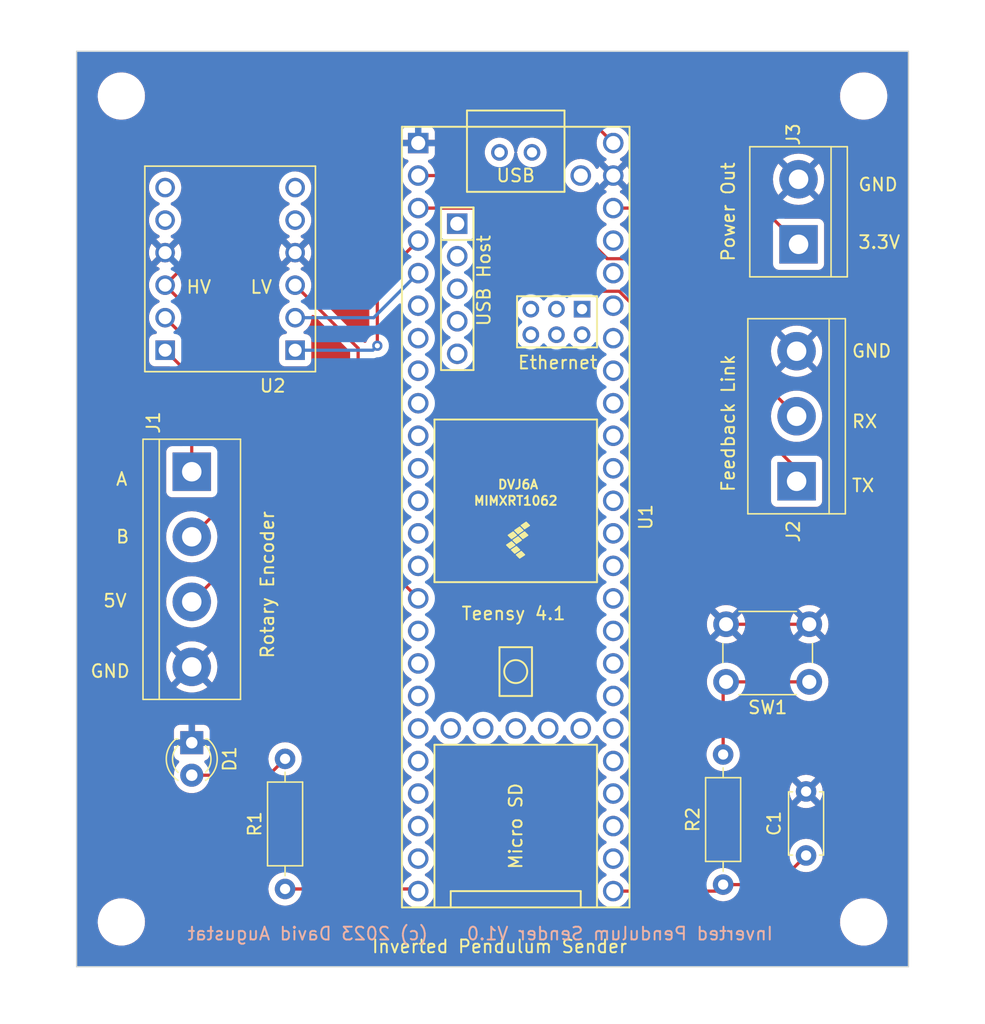
<source format=kicad_pcb>
(kicad_pcb (version 20221018) (generator pcbnew)
  (title_block (title "Pendulum Sender Controller") (date "2023-10-06") (rev "1.0") (company "University of Stuttgart") (comment 4 "Author: David Augustat"))
  (layers (0 "F.Cu" signal) (31 "B.Cu" signal) (34 "B.Paste" user) (35 "F.Paste" user) (36 "B.SilkS" user "B.Silkscreen") (37 "F.SilkS" user "F.Silkscreen") (38 "B.Mask" user) (39 "F.Mask" user) (44 "Edge.Cuts" user))
  (net 0 "")
  (net 1 "Net-(U1-33_MCLK2)")
  (net 2 "GND")
  (net 3 "Net-(D1-A)")
  (net 4 "Net-(J1-Pin_1)")
  (net 5 "Net-(J1-Pin_2)")
  (net 6 "Net-(J1-Pin_3)")
  (net 7 "Net-(J2-Pin_1)")
  (net 8 "Net-(J2-Pin_2)")
  (net 9 "Net-(J3-Pin_1)")
  (net 10 "Net-(U1-32_OUT1B)")
  (net 11 "Net-(R2-Pad2)")
  (net 29 "Net-(U1-2_OUT2)")
  (net 30 "Net-(U1-3_LRCLK2)")
  (net 52 "Net-(U1-3V3-Pad15)")
  (footprint "TerminalBlock:TerminalBlock_bornier-4_P5.08mm" (layer "F.Cu") (at 128 96.84 -90)
    (fp_text reference "J1" (at -3.84 3 90) (layer "F.SilkS"))
    (fp_text value "Conn_01x04_Socket")
    (fp_line (start -2.54 -3.81) (end -2.54 3.81) (stroke (width 0.12)) (layer "F.SilkS"))
    (fp_line (start -2.54 -3.81) (end 17.78 -3.81) (stroke (width 0.12)) (layer "F.SilkS"))
    (fp_line (start -2.54 3.81) (end 17.78 3.81) (stroke (width 0.12)) (layer "F.SilkS"))
    (fp_line (start 17.78 2.54) (end -2.54 2.54) (stroke (width 0.12)) (layer "F.SilkS"))
    (fp_line (start 17.78 3.81) (end 17.78 -3.81) (stroke (width 0.12)) (layer "F.SilkS"))
    (pad "1" thru_hole rect (at 0 0 270) (size 3 3) (drill 1.52) (layers "*.Cu" "*.Mask") (net 4 "Net-(J1-Pin_1)"))
    (pad "2" thru_hole circle (at 5.08 0 270) (size 3 3) (drill 1.52) (layers "*.Cu" "*.Mask") (net 5 "Net-(J1-Pin_2)"))
    (pad "3" thru_hole circle (at 10.16 0 270) (size 3 3) (drill 1.52) (layers "*.Cu" "*.Mask") (net 6 "Net-(J1-Pin_3)"))
    (pad "4" thru_hole circle (at 15.24 0 270) (size 3 3) (drill 1.52) (layers "*.Cu" "*.Mask") (net 2 "GND"))
  )
  (footprint "Capacitor_THT:C_Disc_D4.7mm_W2.5mm_P5.00mm" (layer "F.Cu") (at 176 126.8076 90)
    (fp_text reference "C1" (at 2.5 -2.5 90) (layer "F.SilkS"))
    (fp_text value "100nF")
    (fp_line (start 0.03 -1.37) (end 0.03 -1.055) (stroke (width 0.12)) (layer "F.SilkS"))
    (fp_line (start 0.03 -1.37) (end 4.97 -1.37) (stroke (width 0.12)) (layer "F.SilkS"))
    (fp_line (start 0.03 1.055) (end 0.03 1.37) (stroke (width 0.12)) (layer "F.SilkS"))
    (fp_line (start 0.03 1.37) (end 4.97 1.37) (stroke (width 0.12)) (layer "F.SilkS"))
    (fp_line (start 4.97 -1.37) (end 4.97 -1.055) (stroke (width 0.12)) (layer "F.SilkS"))
    (fp_line (start 4.97 1.055) (end 4.97 1.37) (stroke (width 0.12)) (layer "F.SilkS"))
    (pad "1" thru_hole circle (at 0 0 90) (size 1.6 1.6) (drill 0.8) (layers "*.Cu" "*.Mask") (net 1 "Net-(U1-33_MCLK2)"))
    (pad "2" thru_hole circle (at 5 0 90) (size 1.6 1.6) (drill 0.8) (layers "*.Cu" "*.Mask") (net 2 "GND"))
  )
  (footprint "Button_Switch_THT:SW_PUSH_6mm_H5mm" (layer "F.Cu") (at 176.25 113.25 180)
    (fp_text reference "SW1" (at 3.25 -2) (layer "F.SilkS"))
    (fp_text value "SW_Push")
    (fp_line (start -0.25 1.5) (end -0.25 3) (stroke (width 0.12)) (layer "F.SilkS"))
    (fp_line (start 1 5.5) (end 5.5 5.5) (stroke (width 0.12)) (layer "F.SilkS"))
    (fp_line (start 5.5 -1) (end 1 -1) (stroke (width 0.12)) (layer "F.SilkS"))
    (fp_line (start 6.75 3) (end 6.75 1.5) (stroke (width 0.12)) (layer "F.SilkS"))
    (pad "1" thru_hole circle (at 0 0 270) (size 2 2) (drill 1.1) (layers "*.Cu" "*.Mask") (net 11 "Net-(R2-Pad2)"))
    (pad "1" thru_hole circle (at 6.5 0 270) (size 2 2) (drill 1.1) (layers "*.Cu" "*.Mask") (net 11 "Net-(R2-Pad2)"))
    (pad "2" thru_hole circle (at 0 4.5 270) (size 2 2) (drill 1.1) (layers "*.Cu" "*.Mask") (net 2 "GND"))
    (pad "2" thru_hole circle (at 6.5 4.5 270) (size 2 2) (drill 1.1) (layers "*.Cu" "*.Mask") (net 2 "GND"))
  )
  (footprint "MountingHole:MountingHole_3.2mm_M3" (layer "F.Cu") (at 122.5 67.5)
    (fp_text reference "REF**" hide)
    (fp_text value "MountingHole_3.2mm_M3")
    (pad "" np_thru_hole circle (at 0 0) (size 3.2 3.2) (drill 3.2) (layers "*.Cu" "*.Mask"))
    (pad "" np_thru_hole circle (at 0 0) (size 3.2 3.2) (drill 3.2) (layers "*.Cu" "*.Mask"))
  )
  (footprint "TerminalBlock:TerminalBlock_bornier-2_P5.08mm" (layer "F.Cu") (at 175.4124 79.08 90)
    (fp_text reference "J3" (at 8.58 -0.4124 90) (layer "F.SilkS"))
    (fp_text value "Conn_01x02")
    (fp_line (start -2.54 -3.81) (end -2.54 3.81) (stroke (width 0.12)) (layer "F.SilkS"))
    (fp_line (start -2.54 3.81) (end 7.62 3.81) (stroke (width 0.12)) (layer "F.SilkS"))
    (fp_line (start 7.62 -3.81) (end -2.54 -3.81) (stroke (width 0.12)) (layer "F.SilkS"))
    (fp_line (start 7.62 2.54) (end -2.54 2.54) (stroke (width 0.12)) (layer "F.SilkS"))
    (fp_line (start 7.62 3.81) (end 7.62 -3.81) (stroke (width 0.12)) (layer "F.SilkS"))
    (pad "1" thru_hole rect (at 0 0 90) (size 3 3) (drill 1.52) (layers "*.Cu" "*.Mask") (net 9 "Net-(J3-Pin_1)"))
    (pad "2" thru_hole circle (at 5.08 0 90) (size 3 3) (drill 1.52) (layers "*.Cu" "*.Mask") (net 2 "GND"))
  )
  (footprint "Resistor_THT:R_Axial_DIN0207_L6.3mm_D2.5mm_P10.16mm_Horizontal" (layer "F.Cu") (at 169.5196 129.0828 90)
    (fp_text reference "R2" (at 5.08 -2.37 90) (layer "F.SilkS"))
    (fp_text value "1k")
    (fp_line (start 1.04 0) (end 1.81 0) (stroke (width 0.12)) (layer "F.SilkS"))
    (fp_line (start 1.81 -1.37) (end 1.81 1.37) (stroke (width 0.12)) (layer "F.SilkS"))
    (fp_line (start 1.81 1.37) (end 8.35 1.37) (stroke (width 0.12)) (layer "F.SilkS"))
    (fp_line (start 8.35 -1.37) (end 1.81 -1.37) (stroke (width 0.12)) (layer "F.SilkS"))
    (fp_line (start 8.35 1.37) (end 8.35 -1.37) (stroke (width 0.12)) (layer "F.SilkS"))
    (fp_line (start 9.12 0) (end 8.35 0) (stroke (width 0.12)) (layer "F.SilkS"))
    (pad "1" thru_hole circle (at 0 0 90) (size 1.6 1.6) (drill 0.8) (layers "*.Cu" "*.Mask") (net 1 "Net-(U1-33_MCLK2)"))
    (pad "2" thru_hole oval (at 10.16 0 90) (size 1.6 1.6) (drill 0.8) (layers "*.Cu" "*.Mask") (net 11 "Net-(R2-Pad2)"))
  )
  (footprint "MountingHole:MountingHole_3.2mm_M3" (layer "F.Cu") (at 180.5 67.5)
    (fp_text reference "REF**" hide)
    (fp_text value "MountingHole_3.2mm_M3")
    (pad "" np_thru_hole circle (at 0 0) (size 3.2 3.2) (drill 3.2) (layers "*.Cu" "*.Mask"))
  )
  (footprint "MountingHole:MountingHole_3.2mm_M3" (layer "F.Cu") (at 180.5 132)
    (fp_text reference "REF**" hide)
    (fp_text value "MountingHole_3.2mm_M3")
    (pad "" np_thru_hole circle (at 0 0) (size 3.2 3.2) (drill 3.2) (layers "*.Cu" "*.Mask"))
  )
  (footprint "LED_THT:LED_D3.0mm" (layer "F.Cu") (at 128 118 -90)
    (fp_text reference "D1" (at 1.27 -2.96 90) (layer "F.SilkS"))
    (fp_text value "LED")
    (fp_line (start -0.29 -1.236) (end -0.29 -1.08) (stroke (width 0.12)) (layer "F.SilkS"))
    (fp_line (start -0.29 1.08) (end -0.29 1.236) (stroke (width 0.12)) (layer "F.SilkS"))
    (fp_arc (start -0.29 -1.235516) (mid 1.366487 -1.987659) (end 2.942335 -1.078608) (stroke (width 0.12)) (layer "F.SilkS"))
    (fp_arc (start 0.229039 -1.08) (mid 1.270117 -1.5) (end 2.31113 -1.079837) (stroke (width 0.12)) (layer "F.SilkS"))
    (fp_arc (start 2.31113 1.079837) (mid 1.270117 1.5) (end 0.229039 1.08) (stroke (width 0.12)) (layer "F.SilkS"))
    (fp_arc (start 2.942335 1.078608) (mid 1.366487 1.987659) (end -0.29 1.235516) (stroke (width 0.12)) (layer "F.SilkS"))
    (pad "1" thru_hole rect (at 0 0 270) (size 1.8 1.8) (drill 0.9) (layers "*.Cu" "*.Mask") (net 2 "GND"))
    (pad "2" thru_hole circle (at 2.54 0 270) (size 1.8 1.8) (drill 0.9) (layers "*.Cu" "*.Mask") (net 3 "Net-(D1-A)"))
  )
  (footprint "MountingHole:MountingHole_3.2mm_M3" (layer "F.Cu") (at 122.5 132)
    (fp_text reference "REF**" hide)
    (fp_text value "MountingHole_3.2mm_M3")
    (pad "" np_thru_hole circle (at 0 0) (size 3.2 3.2) (drill 3.2) (layers "*.Cu" "*.Mask"))
  )
  (footprint "teensy.pretty-master:Teensy41" (layer "F.Cu") (at 153.3144 100.3808 -90)
    (fp_text reference "U1" (at 0 -10.16 90) (layer "F.SilkS"))
    (fp_text value "Teensy4.1")
    (fp_text user "MIMXRT1062" (at -1.27 0) (layer "F.SilkS") (effects (font (size 0.7 0.7))))
    (fp_text user "DVJ6A" (at -2.54 -0.18) (layer "F.SilkS") (effects (font (size 0.7 0.7))))
    (fp_text user "Micro SD" (at 24.13 0 90) (layer "F.SilkS"))
    (fp_text user "Ethernet" (at -12.065 -3.2766) (layer "F.SilkS"))
    (fp_text user "USB Host" (at -18.4658 2.4892 90) (layer "F.SilkS"))
    (fp_text user "USB" (at -26.67 0) (layer "F.SilkS"))
    (fp_line (start -31.75 -3.81) (end -30.48 -3.81) (stroke (width 0.15)) (layer "F.SilkS"))
    (fp_line (start -31.75 3.81) (end -31.75 -3.81) (stroke (width 0.15)) (layer "F.SilkS"))
    (fp_line (start -30.48 -8.89) (end 30.48 -8.89) (stroke (width 0.15)) (layer "F.SilkS"))
    (fp_line (start -30.48 3.81) (end -31.75 3.81) (stroke (width 0.15)) (layer "F.SilkS"))
    (fp_line (start -30.48 8.89) (end -30.48 -8.89) (stroke (width 0.15)) (layer "F.SilkS"))
    (fp_line (start -25.4 -3.81) (end -30.48 -3.81) (stroke (width 0.15)) (layer "F.SilkS"))
    (fp_line (start -25.4 3.81) (end -30.48 3.81) (stroke (width 0.15)) (layer "F.SilkS"))
    (fp_line (start -25.4 3.81) (end -25.4 -3.81) (stroke (width 0.15)) (layer "F.SilkS"))
    (fp_line (start -24.1808 3.2992) (end -21.6408 3.2992) (stroke (width 0.15)) (layer "F.SilkS"))
    (fp_line (start -24.1808 3.2992) (end -11.4808 3.2992) (stroke (width 0.15)) (layer "F.SilkS"))
    (fp_line (start -24.1808 5.8392) (end -24.1808 3.2992) (stroke (width 0.15)) (layer "F.SilkS"))
    (fp_line (start -21.6408 3.2992) (end -21.6408 5.8392) (stroke (width 0.15)) (layer "F.SilkS"))
    (fp_line (start -17.25 -6.3516) (end -17.25 -6.1016) (stroke (width 0.15)) (layer "F.SilkS"))
    (fp_line (start -17.25 -6.1016) (end -17.25 -0.1016) (stroke (width 0.15)) (layer "F.SilkS"))
    (fp_line (start -17.25 -0.1016) (end -13.25 -0.1016) (stroke (width 0.15)) (layer "F.SilkS"))
    (fp_line (start -13.25 -6.3516) (end -17.25 -6.3516) (stroke (width 0.15)) (layer "F.SilkS"))
    (fp_line (start -13.25 -0.1016) (end -13.25 -6.3516) (stroke (width 0.15)) (layer "F.SilkS"))
    (fp_line (start -11.4808 3.2992) (end -11.4808 5.8392) (stroke (width 0.15)) (layer "F.SilkS"))
    (fp_line (start -11.4808 5.8392) (end -24.1808 5.8392) (stroke (width 0.15)) (layer "F.SilkS"))
    (fp_line (start -7.62 -6.35) (end -7.62 6.35) (stroke (width 0.15)) (layer "F.SilkS"))
    (fp_line (start -7.62 6.35) (end 5.08 6.35) (stroke (width 0.15)) (layer "F.SilkS"))
    (fp_line (start 5.08 -6.35) (end -7.62 -6.35) (stroke (width 0.15)) (layer "F.SilkS"))
    (fp_line (start 5.08 6.35) (end 5.08 -6.35) (stroke (width 0.15)) (layer "F.SilkS"))
    (fp_line (start 10.16 -1.27) (end 13.97 -1.27) (stroke (width 0.15)) (layer "F.SilkS"))
    (fp_line (start 10.16 1.27) (end 10.16 -1.27) (stroke (width 0.15)) (layer "F.SilkS"))
    (fp_line (start 13.97 -1.27) (end 13.97 1.27) (stroke (width 0.15)) (layer "F.SilkS"))
    (fp_line (start 13.97 1.27) (end 10.16 1.27) (stroke (width 0.15)) (layer "F.SilkS"))
    (fp_line (start 17.78 -6.35) (end 17.78 6.35) (stroke (width 0.15)) (layer "F.SilkS"))
    (fp_line (start 17.78 6.35) (end 30.48 6.35) (stroke (width 0.15)) (layer "F.SilkS"))
    (fp_line (start 29.21 -5.08) (end 29.21 5.08) (stroke (width 0.15)) (layer "F.SilkS"))
    (fp_line (start 29.21 5.08) (end 30.48 5.08) (stroke (width 0.15)) (layer "F.SilkS"))
    (fp_line (start 30.48 -8.89) (end 30.48 8.89) (stroke (width 0.15)) (layer "F.SilkS"))
    (fp_line (start 30.48 -6.35) (end 17.78 -6.35) (stroke (width 0.15)) (layer "F.SilkS"))
    (fp_line (start 30.48 -5.08) (end 29.21 -5.08) (stroke (width 0.15)) (layer "F.SilkS"))
    (fp_line (start 30.48 8.89) (end -30.48 8.89) (stroke (width 0.15)) (layer "F.SilkS"))
    (fp_circle (center 12.065 0) (end 12.7 -0.635) (stroke (width 0.15)) (fill none) (layer "F.SilkS"))
    (fp_poly (pts (xy 0.911 -0.688) (xy 0.657 -0.434) (xy 0.403 -0.815) (xy 0.657 -1.069)) (stroke (width 0.1)) (fill solid) (layer "F.SilkS"))
    (fp_poly (pts (xy 1.292 -0.18) (xy 1.038 0.074) (xy 0.784 -0.307) (xy 1.038 -0.561)) (stroke (width 0.1)) (fill solid) (layer "F.SilkS"))
    (fp_poly (pts (xy 1.673 -0.561) (xy 1.419 -0.307) (xy 1.165 -0.688) (xy 1.419 -0.942)) (stroke (width 0.1)) (fill solid) (layer "F.SilkS"))
    (fp_poly (pts (xy 1.673 0.328) (xy 1.419 0.582) (xy 1.165 0.201) (xy 1.419 -0.053)) (stroke (width 0.1)) (fill solid) (layer "F.SilkS"))
    (fp_poly (pts (xy 2.054 -0.053) (xy 1.8 0.201) (xy 1.546 -0.18) (xy 1.8 -0.434)) (stroke (width 0.1)) (fill solid) (layer "F.SilkS"))
    (fp_poly (pts (xy 2.435 0.455) (xy 2.181 0.709) (xy 1.927 0.328) (xy 2.181 0.074)) (stroke (width 0.1)) (fill solid) (layer "F.SilkS"))
    (fp_poly (pts (xy 2.816 0.074) (xy 2.562 0.328) (xy 2.308 -0.053) (xy 2.562 -0.307)) (stroke (width 0.1)) (fill solid) (layer "F.SilkS"))
    (fp_poly (pts (xy 3.197 -0.307) (xy 2.943 -0.053) (xy 2.689 -0.434) (xy 2.943 -0.688)) (stroke (width 0.1)) (fill solid) (layer "F.SilkS"))
    (pad "1" thru_hole rect (at -29.21 7.62 270) (size 1.6 1.6) (drill 1.1) (layers "*.Cu" "*.Mask") (net 2 "GND"))
    (pad "2" thru_hole circle (at -26.67 7.62 270) (size 1.6 1.6) (drill 1.1) (layers "*.Cu" "*.Mask") (net 8 "Net-(J2-Pin_2)"))
    (pad "3" thru_hole circle (at -24.13 7.62 270) (size 1.6 1.6) (drill 1.1) (layers "*.Cu" "*.Mask") (net 7 "Net-(J2-Pin_1)"))
    (pad "4" thru_hole circle (at -21.59 7.62 270) (size 1.6 1.6) (drill 1.1) (layers "*.Cu" "*.Mask") (net 29 "Net-(U1-2_OUT2)"))
    (pad "5" thru_hole circle (at -19.05 7.62 270) (size 1.6 1.6) (drill 1.1) (layers "*.Cu" "*.Mask") (net 30 "Net-(U1-3_LRCLK2)"))
    (pad "6" thru_hole circle (at -16.51 7.62 270) (size 1.6 1.6) (drill 1.1) (layers "*.Cu" "*.Mask"))
    (pad "7" thru_hole circle (at -13.97 7.62 270) (size 1.6 1.6) (drill 1.1) (layers "*.Cu" "*.Mask"))
    (pad "8" thru_hole circle (at -11.43 7.62 270) (size 1.6 1.6) (drill 1.1) (layers "*.Cu" "*.Mask"))
    (pad "9" thru_hole circle (at -8.89 7.62 270) (size 1.6 1.6) (drill 1.1) (layers "*.Cu" "*.Mask"))
    (pad "10" thru_hole circle (at -6.35 7.62 270) (size 1.6 1.6) (drill 1.1) (layers "*.Cu" "*.Mask"))
    (pad "11" thru_hole circle (at -3.81 7.62 270) (size 1.6 1.6) (drill 1.1) (layers "*.Cu" "*.Mask"))
    (pad "12" thru_hole circle (at -1.27 7.62 270) (size 1.6 1.6) (drill 1.1) (layers "*.Cu" "*.Mask"))
    (pad "13" thru_hole circle (at 1.27 7.62 270) (size 1.6 1.6) (drill 1.1) (layers "*.Cu" "*.Mask"))
    (pad "14" thru_hole circle (at 3.81 7.62 270) (size 1.6 1.6) (drill 1.1) (layers "*.Cu" "*.Mask"))
    (pad "15" thru_hole circle (at 6.35 7.62 270) (size 1.6 1.6) (drill 1.1) (layers "*.Cu" "*.Mask") (net 52 "Net-(U1-3V3-Pad15)"))
    (pad "16" thru_hole circle (at 8.89 7.62 270) (size 1.6 1.6) (drill 1.1) (layers "*.Cu" "*.Mask"))
    (pad "17" thru_hole circle (at 11.43 7.62 270) (size 1.6 1.6) (drill 1.1) (layers "*.Cu" "*.Mask"))
    (pad "18" thru_hole circle (at 13.97 7.62 270) (size 1.6 1.6) (drill 1.1) (layers "*.Cu" "*.Mask"))
    (pad "19" thru_hole circle (at 16.51 7.62 270) (size 1.6 1.6) (drill 1.1) (layers "*.Cu" "*.Mask"))
    (pad "20" thru_hole circle (at 19.05 7.62 270) (size 1.6 1.6) (drill 1.1) (layers "*.Cu" "*.Mask"))
    (pad "21" thru_hole circle (at 21.59 7.62 270) (size 1.6 1.6) (drill 1.1) (layers "*.Cu" "*.Mask"))
    (pad "22" thru_hole circle (at 24.13 7.62 270) (size 1.6 1.6) (drill 1.1) (layers "*.Cu" "*.Mask"))
    (pad "23" thru_hole circle (at 26.67 7.62 270) (size 1.6 1.6) (drill 1.1) (layers "*.Cu" "*.Mask"))
    (pad "24" thru_hole circle (at 29.21 7.62 270) (size 1.6 1.6) (drill 1.1) (layers "*.Cu" "*.Mask") (net 10 "Net-(U1-32_OUT1B)"))
    (pad "25" thru_hole circle (at 29.21 -7.62 270) (size 1.6 1.6) (drill 1.1) (layers "*.Cu" "*.Mask") (net 1 "Net-(U1-33_MCLK2)"))
    (pad "26" thru_hole circle (at 26.67 -7.62 270) (size 1.6 1.6) (drill 1.1) (layers "*.Cu" "*.Mask"))
    (pad "27" thru_hole circle (at 24.13 -7.62 270) (size 1.6 1.6) (drill 1.1) (layers "*.Cu" "*.Mask"))
    (pad "28" thru_hole circle (at 21.59 -7.62 270) (size 1.6 1.6) (drill 1.1) (layers "*.Cu" "*.Mask"))
    (pad "29" thru_hole circle (at 19.05 -7.62 270) (size 1.6 1.6) (drill 1.1) (layers "*.Cu" "*.Mask"))
    (pad "30" thru_hole circle (at 16.51 -7.62 270) (size 1.6 1.6) (drill 1.1) (layers "*.Cu" "*.Mask"))
    (pad "31" thru_hole circle (at 13.97 -7.62 270) (size 1.6 1.6) (drill 1.1) (layers "*.Cu" "*.Mask"))
    (pad "32" thru_hole circle (at 11.43 -7.62 270) (size 1.6 1.6) (drill 1.1) (layers "*.Cu" "*.Mask"))
    (pad "33" thru_hole circle (at 8.89 -7.62 270) (size 1.6 1.6) (drill 1.1) (layers "*.Cu" "*.Mask"))
    (pad "34" thru_hole circle (at 6.35 -7.62 270) (size 1.6 1.6) (drill 1.1) (layers "*.Cu" "*.Mask"))
    (pad "35" thru_hole circle (at 3.81 -7.62 270) (size 1.6 1.6) (drill 1.1) (layers "*.Cu" "*.Mask"))
    (pad "36" thru_hole circle (at 1.27 -7.62 270) (size 1.6 1.6) (drill 1.1) (layers "*.Cu" "*.Mask"))
    (pad "37" thru_hole circle (at -1.27 -7.62 270) (size 1.6 1.6) (drill 1.1) (layers "*.Cu" "*.Mask"))
    (pad "38" thru_hole circle (at -3.81 -7.62 270) (size 1.6 1.6) (drill 1.1) (layers "*.Cu" "*.Mask"))
    (pad "39" thru_hole circle (at -6.35 -7.62 270) (size 1.6 1.6) (drill 1.1) (layers "*.Cu" "*.Mask"))
    (pad "40" thru_hole circle (at -8.89 -7.62 270) (size 1.6 1.6) (drill 1.1) (layers "*.Cu" "*.Mask"))
    (pad "41" thru_hole circle (at -11.43 -7.62 270) (size 1.6 1.6) (drill 1.1) (layers "*.Cu" "*.Mask"))
    (pad "42" thru_hole circle (at -13.97 -7.62 270) (size 1.6 1.6) (drill 1.1) (layers "*.Cu" "*.Mask"))
    (pad "43" thru_hole circle (at -16.51 -7.62 270) (size 1.6 1.6) (drill 1.1) (layers "*.Cu" "*.Mask"))
    (pad "44" thru_hole circle (at -19.05 -7.62 270) (size 1.6 1.6) (drill 1.1) (layers "*.Cu" "*.Mask"))
    (pad "45" thru_hole circle (at -21.59 -7.62 270) (size 1.6 1.6) (drill 1.1) (layers "*.Cu" "*.Mask"))
    (pad "46" thru_hole circle (at -24.13 -7.62 270) (size 1.6 1.6) (drill 1.1) (layers "*.Cu" "*.Mask") (net 9 "Net-(J3-Pin_1)"))
    (pad "47" thru_hole circle (at -26.67 -7.62 270) (size 1.6 1.6) (drill 1.1) (layers "*.Cu" "*.Mask") (net 2 "GND"))
    (pad "48" thru_hole circle (at -29.21 -7.62 270) (size 1.6 1.6) (drill 1.1) (layers "*.Cu" "*.Mask") (net 6 "Net-(J1-Pin_3)"))
    (pad "49" thru_hole circle (at -26.67 -5.08 270) (size 1.6 1.6) (drill 1.1) (layers "*.Cu" "*.Mask"))
    (pad "50" thru_hole circle (at 16.51 5.08 270) (size 1.6 1.6) (drill 1.1) (layers "*.Cu" "*.Mask"))
    (pad "51" thru_hole circle (at 16.51 2.54 270) (size 1.6 1.6) (drill 1.1) (layers "*.Cu" "*.Mask"))
    (pad "52" thru_hole circle (at 16.51 0 270) (size 1.6 1.6) (drill 1.1) (layers "*.Cu" "*.Mask"))
    (pad "53" thru_hole circle (at 16.51 -2.54 270) (size 1.6 1.6) (drill 1.1) (layers "*.Cu" "*.Mask"))
    (pad "54" thru_hole circle (at 16.51 -5.08 270) (size 1.6 1.6) (drill 1.1) (layers "*.Cu" "*.Mask"))
    (pad "55" thru_hole rect (at -22.9108 4.5692 270) (size 1.6 1.6) (drill 1.1) (layers "*.Cu" "*.Mask"))
    (pad "56" thru_hole circle (at -20.3708 4.5692 270) (size 1.6 1.6) (drill 1.1) (layers "*.Cu" "*.Mask"))
    (pad "57" thru_hole circle (at -17.8308 4.5692 270) (size 1.6 1.6) (drill 1.1) (layers "*.Cu" "*.Mask"))
    (pad "58" thru_hole circle (at -15.2908 4.5692 270) (size 1.6 1.6) (drill 1.1) (layers "*.Cu" "*.Mask"))
    (pad "59" thru_hole circle (at -12.7508 4.5692 270) (size 1.6 1.6) (drill 1.1) (layers "*.Cu" "*.Mask"))
    (pad "60" thru_hole rect (at -16.24 -5.1816 270) (size 1.3 1.3) (drill 0.8) (layers "*.Cu" "*.Mask"))
    (pad "61" thru_hole circle (at -16.24 -3.1816 270) (size 1.3 1.3) (drill 0.8) (layers "*.Cu" "*.Mask"))
    (pad "62" thru_hole circle (at -16.24 -1.1816 270) (size 1.3 1.3) (drill 0.8) (layers "*.Cu" "*.Mask"))
    (pad "63" thru_hole circle (at -14.24 -1.1816 270) (size 1.3 1.3) (drill 0.8) (layers "*.Cu" "*.Mask"))
    (pad "64" thru_hole circle (at -14.24 -3.1816 270) (size 1.3 1.3) (drill 0.8) (layers "*.Cu" "*.Mask"))
    (pad "65" thru_hole circle (at -14.24 -5.1816 270) (size 1.3 1.3) (drill 0.8) (layers "*.Cu" "*.Mask"))
    (pad "66" thru_hole circle (at -28.48 -1.27 270) (size 1.3 1.3) (drill 0.8) (layers "*.Cu" "*.Mask"))
    (pad "67" thru_hole circle (at -28.48 1.27 270) (size 1.3 1.3) (drill 0.8) (layers "*.Cu" "*.Mask"))
  )
  (footprint "BOB-12009:CONV_BOB-12009" (layer "F.Cu") (at 131 81 180)
    (fp_text reference "U2" (at -3.325 -9.135) (layer "F.SilkS"))
    (fp_text value "BOB-12009")
    (fp_line (start -6.665 -8.025) (end 6.665 -8.025) (stroke (width 0.127)) (layer "F.SilkS"))
    (fp_line (start -6.665 8.025) (end -6.665 -8.025) (stroke (width 0.127)) (layer "F.SilkS"))
    (fp_line (start 6.665 -8.025) (end 6.665 8.025) (stroke (width 0.127)) (layer "F.SilkS"))
    (fp_line (start 6.665 8.025) (end -6.665 8.025) (stroke (width 0.127)) (layer "F.SilkS"))
    (pad "GND_1" thru_hole circle (at 5.08 1.27 180) (size 1.524 1.524) (drill 1.016) (layers "*.Cu" "*.Mask") (net 2 "GND"))
    (pad "GND_2" thru_hole circle (at -5.08 1.27 180) (size 1.524 1.524) (drill 1.016) (layers "*.Cu" "*.Mask") (net 2 "GND"))
    (pad "HV" thru_hole circle (at 5.08 -1.27 180) (size 1.524 1.524) (drill 1.016) (layers "*.Cu" "*.Mask") (net 6 "Net-(J1-Pin_3)"))
    (pad "HV1" thru_hole rect (at 5.08 -6.35 180) (size 1.524 1.524) (drill 1.016) (layers "*.Cu" "*.Mask") (net 4 "Net-(J1-Pin_1)"))
    (pad "HV2" thru_hole circle (at 5.08 -3.81 180) (size 1.524 1.524) (drill 1.016) (layers "*.Cu" "*.Mask") (net 5 "Net-(J1-Pin_2)"))
    (pad "HV3" thru_hole circle (at 5.08 3.81 180) (size 1.524 1.524) (drill 1.016) (layers "*.Cu" "*.Mask"))
    (pad "HV4" thru_hole circle (at 5.08 6.35 180) (size 1.524 1.524) (drill 1.016) (layers "*.Cu" "*.Mask"))
    (pad "LV" thru_hole circle (at -5.08 -1.27 180) (size 1.524 1.524) (drill 1.016) (layers "*.Cu" "*.Mask") (net 52 "Net-(U1-3V3-Pad15)"))
    (pad "LV1" thru_hole rect (at -5.08 -6.35 180) (size 1.524 1.524) (drill 1.016) (layers "*.Cu" "*.Mask") (net 29 "Net-(U1-2_OUT2)"))
    (pad "LV2" thru_hole circle (at -5.08 -3.81 180) (size 1.524 1.524) (drill 1.016) (layers "*.Cu" "*.Mask") (net 30 "Net-(U1-3_LRCLK2)"))
    (pad "LV3" thru_hole circle (at -5.08 3.81 180) (size 1.524 1.524) (drill 1.016) (layers "*.Cu" "*.Mask"))
    (pad "LV4" thru_hole circle (at -5.08 6.35 180) (size 1.524 1.524) (drill 1.016) (layers "*.Cu" "*.Mask"))
  )
  (footprint "Resistor_THT:R_Axial_DIN0207_L6.3mm_D2.5mm_P10.16mm_Horizontal" (layer "F.Cu") (at 135.2916 129.4236 90)
    (fp_text reference "R1" (at 5.08 -2.37 90) (layer "F.SilkS"))
    (fp_text value "82R")
    (fp_line (start 1.04 0) (end 1.81 0) (stroke (width 0.12)) (layer "F.SilkS"))
    (fp_line (start 1.81 -1.37) (end 1.81 1.37) (stroke (width 0.12)) (layer "F.SilkS"))
    (fp_line (start 1.81 1.37) (end 8.35 1.37) (stroke (width 0.12)) (layer "F.SilkS"))
    (fp_line (start 8.35 -1.37) (end 1.81 -1.37) (stroke (width 0.12)) (layer "F.SilkS"))
    (fp_line (start 8.35 1.37) (end 8.35 -1.37) (stroke (width 0.12)) (layer "F.SilkS"))
    (fp_line (start 9.12 0) (end 8.35 0) (stroke (width 0.12)) (layer "F.SilkS"))
    (pad "1" thru_hole circle (at 0 0 90) (size 1.6 1.6) (drill 0.8) (layers "*.Cu" "*.Mask") (net 10 "Net-(U1-32_OUT1B)"))
    (pad "2" thru_hole oval (at 10.16 0 90) (size 1.6 1.6) (drill 0.8) (layers "*.Cu" "*.Mask") (net 3 "Net-(D1-A)"))
  )
  (footprint "TerminalBlock:TerminalBlock_bornier-3_P5.08mm" (layer "F.Cu") (at 175.26 97.5868 90)
    (fp_text reference "J2" (at -3.9132 -0.26 90) (layer "F.SilkS"))
    (fp_text value "Conn_01x03_Socket")
    (fp_line (start -2.54 -3.81) (end 12.7 -3.81) (stroke (width 0.12)) (layer "F.SilkS"))
    (fp_line (start -2.54 2.54) (end 12.7 2.54) (stroke (width 0.12)) (layer "F.SilkS"))
    (fp_line (start -2.54 3.81) (end -2.54 -3.81) (stroke (width 0.12)) (layer "F.SilkS"))
    (fp_line (start -2.54 3.81) (end 12.7 3.81) (stroke (width 0.12)) (layer "F.SilkS"))
    (fp_line (start 12.7 3.81) (end 12.7 -3.81) (stroke (width 0.12)) (layer "F.SilkS"))
    (pad "1" thru_hole rect (at 0 0 90) (size 3 3) (drill 1.52) (layers "*.Cu" "*.Mask") (net 7 "Net-(J2-Pin_1)"))
    (pad "2" thru_hole circle (at 5.08 0 90) (size 3 3) (drill 1.52) (layers "*.Cu" "*.Mask") (net 8 "Net-(J2-Pin_2)"))
    (pad "3" thru_hole circle (at 10.16 0 90) (size 3 3) (drill 1.52) (layers "*.Cu" "*.Mask") (net 2 "GND"))
  )
  (gr_rect (start 119 64) (end 184 135.5) (stroke (width 0.1)) (fill none) (layer "Edge.Cuts"))
  (gr_text "Inverted Pendulum Sender V1.0    (c) 2023 David Augustat" (at 173.5 133.5) (layer "B.SilkS") (effects (font (size 1 1)) (justify left bottom mirror)))
  (gr_text "Power Out" (at 170.5 80.5 90) (layer "F.SilkS") (effects (font (size 1 1)) (justify left bottom)))
  (gr_text "HV" (at 127.5 83) (layer "F.SilkS") (effects (font (size 1 1)) (justify left bottom)))
  (gr_text "GND" (at 180 75) (layer "F.SilkS") (effects (font (size 1 1)) (justify left bottom)))
  (gr_text "5V" (at 121 107.5) (layer "F.SilkS") (effects (font (size 1 1)) (justify left bottom)))
  (gr_text "RX" (at 179.5 93.5) (layer "F.SilkS") (effects (font (size 1 1)) (justify left bottom)))
  (gr_text "3.3V" (at 180 79.5) (layer "F.SilkS") (effects (font (size 1 1)) (justify left bottom)))
  (gr_text "A" (at 122 98) (layer "F.SilkS") (effects (font (size 1 1)) (justify left bottom)))
  (gr_text "Inverted Pendulum Sender" (at 142 134.5) (layer "F.SilkS") (effects (font (size 1 1)) (justify left bottom)))
  (gr_text "Feedback Link" (at 170.5 98.5 90) (layer "F.SilkS") (effects (font (size 1 1)) (justify left bottom)))
  (gr_text "B" (at 122 102.5) (layer "F.SilkS") (effects (font (size 1 1)) (justify left bottom)))
  (gr_text "TX" (at 179.5 98.5) (layer "F.SilkS") (effects (font (size 1 1)) (justify left bottom)))
  (gr_text "LV" (at 132.5 83) (layer "F.SilkS") (effects (font (size 1 1)) (justify left bottom)))
  (gr_text "GND" (at 120 113) (layer "F.SilkS") (effects (font (size 1 1)) (justify left bottom)))
  (gr_text "GND" (at 179.5 88) (layer "F.SilkS") (effects (font (size 1 1)) (justify left bottom)))
  (gr_text "Teensy 4.1" (at 149 108.5) (layer "F.SilkS") (effects (font (size 1 1)) (justify left bottom)))
  (gr_text "Rotary Encoder" (at 134.5 111.5 90) (layer "F.SilkS") (effects (font (size 1 1)) (justify left bottom)))
  (segment (start 169.5196 129.0828) (end 173.7248 129.0828) (width 0.25) (layer "F.Cu") (net 1))
  (segment (start 169.0116 129.5908) (end 169.5196 129.0828) (width 0.25) (layer "F.Cu") (net 1))
  (segment (start 160.9344 129.5908) (end 169.0116 129.5908) (width 0.25) (layer "F.Cu") (net 1))
  (segment (start 173.7248 129.0828) (end 176 126.8076) (width 0.25) (layer "F.Cu") (net 1))
  (segment (start 169.75 108.75) (end 176.25 108.75) (width 0.25) (layer "F.Cu") (net 2))
  (segment (start 134.0152 120.54) (end 135.2916 119.2636) (width 0.25) (layer "F.Cu") (net 3))
  (segment (start 128 120.54) (end 134.0152 120.54) (width 0.25) (layer "F.Cu") (net 3))
  (segment (start 128 89.43) (end 125.92 87.35) (width 0.25) (layer "F.Cu") (net 4))
  (segment (start 128 96.84) (end 128 89.43) (width 0.25) (layer "F.Cu") (net 4))
  (segment (start 130.5 89.39) (end 125.92 84.81) (width 0.25) (layer "F.Cu") (net 5))
  (segment (start 128 101.92) (end 130.5 99.42) (width 0.25) (layer "F.Cu") (net 5))
  (segment (start 130.5 99.42) (end 130.5 89.39) (width 0.25) (layer "F.Cu") (net 5))
  (segment (start 128 107) (end 132 103) (width 0.25) (layer "F.Cu") (net 6))
  (segment (start 159 69) (end 159 69.2364) (width 0.25) (layer "F.Cu") (net 6))
  (segment (start 125.92 82.27) (end 139.19 69) (width 0.25) (layer "F.Cu") (net 6))
  (segment (start 139.19 69) (end 159 69) (width 0.25) (layer "F.Cu") (net 6))
  (segment (start 159 69.2364) (end 160.9344 71.1708) (width 0.25) (layer "F.Cu") (net 6))
  (segment (start 132 88.35) (end 125.92 82.27) (width 0.25) (layer "F.Cu") (net 6))
  (segment (start 132 103) (end 132 88.35) (width 0.25) (layer "F.Cu") (net 6))
  (segment (start 145.6944 76.2508) (end 152.2508 76.2508) (width 0.25) (layer "F.Cu") (net 7))
  (segment (start 152.2508 76.2508) (end 158.7458 82.7458) (width 0.25) (layer "F.Cu") (net 7))
  (segment (start 161.400391 82.7458) (end 175.26 96.605409) (width 0.25) (layer "F.Cu") (net 7))
  (segment (start 158.7458 82.7458) (end 161.400391 82.7458) (width 0.25) (layer "F.Cu") (net 7))
  (segment (start 175.26 96.605409) (end 175.26 97.5868) (width 0.25) (layer "F.Cu") (net 7))
  (segment (start 162.959 80.2058) (end 175.26 92.5068) (width 0.25) (layer "F.Cu") (net 8))
  (segment (start 145.6944 73.7108) (end 153.973409 73.7108) (width 0.25) (layer "F.Cu") (net 8))
  (segment (start 160.468409 80.2058) (end 162.959 80.2058) (width 0.25) (layer "F.Cu") (net 8))
  (segment (start 153.973409 73.7108) (end 160.468409 80.2058) (width 0.25) (layer "F.Cu") (net 8))
  (segment (start 172.5832 76.2508) (end 175.4124 79.08) (width 0.25) (layer "F.Cu") (net 9))
  (segment (start 160.9344 76.2508) (end 172.5832 76.2508) (width 0.25) (layer "F.Cu") (net 9))
  (segment (start 145.5272 129.4236) (end 145.6944 129.5908) (width 0.25) (layer "F.Cu") (net 10))
  (segment (start 135.2916 129.4236) (end 145.5272 129.4236) (width 0.25) (layer "F.Cu") (net 10))
  (segment (start 169.5196 113.4804) (end 169.75 113.25) (width 0.25) (layer "F.Cu") (net 11))
  (segment (start 169.75 113.25) (end 176.25 113.25) (width 0.25) (layer "F.Cu") (net 11))
  (segment (start 169.5196 118.9228) (end 169.5196 113.4804) (width 0.25) (layer "F.Cu") (net 11))
  (segment (start 142.5 81.9852) (end 145.6944 78.7908) (width 0.25) (layer "F.Cu") (net 29))
  (segment (start 142.5 87) (end 142.5 81.9852) (width 0.25) (layer "F.Cu") (net 29))
  (via (at 142.5 87) (size 0.8) (drill 0.4) (layers "F.Cu" "B.Cu") (net 29))
  (segment (start 136.08 87.35) (end 142.15 87.35) (width 0.25) (layer "B.Cu") (net 29))
  (segment (start 142.15 87.35) (end 142.5 87) (width 0.25) (layer "B.Cu") (net 29))
  (segment (start 136.08 84.81) (end 142.2152 84.81) (width 0.25) (layer "B.Cu") (net 30))
  (segment (start 142.2152 84.81) (end 145.6944 81.3308) (width 0.25) (layer "B.Cu") (net 30))
  (segment (start 145.6944 106.7308) (end 144.5694 105.6058) (width 0.25) (layer "F.Cu") (net 52))
  (segment (start 141 105) (end 141 87.19) (width 0.25) (layer "F.Cu") (net 52))
  (segment (start 144.5694 105.6058) (end 141.6058 105.6058) (width 0.25) (layer "F.Cu") (net 52))
  (segment (start 141 87.19) (end 136.08 82.27) (width 0.25) (layer "F.Cu") (net 52))
  (segment (start 141.6058 105.6058) (end 141 105) (width 0.25) (layer "F.Cu") (net 52))
  (zone (net 2) (net_name "GND") (layer "F.Cu") (connect_pads (clearance 0.5)) (min_thickness 0.25) (fill yes (thermal_gap 0.5) (thermal_bridge_width 0.5))
    (polygon (pts (xy 117 62) (xy 185.5 62) (xy 185.5 138.5) (xy 116 138.5)))
  )
  (zone (net 2) (net_name "GND") (layer "B.Cu") (priority 1) (connect_pads (clearance 0.5)) (min_thickness 0.25) (fill yes (thermal_gap 0.5) (thermal_bridge_width 0.5))
    (polygon (pts (xy 187 60) (xy 187 140) (xy 114 140) (xy 114 60)))
  )
)
</source>
